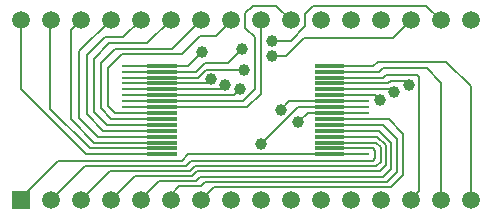
<source format=gbr>
G04 DipTrace 3.0.0.2*
G04 Top.gbr*
%MOIN*%
G04 #@! TF.FileFunction,Copper,L1,Top*
G04 #@! TF.Part,Single*
G04 #@! TA.AperFunction,Conductor*
%ADD13C,0.007874*%
%ADD14C,0.011811*%
%ADD15R,0.062992X0.007874*%
G04 #@! TA.AperFunction,ComponentPad*
%ADD16R,0.059055X0.059055*%
%ADD17C,0.059055*%
%ADD18R,0.062992X0.011811*%
G04 #@! TA.AperFunction,ViaPad*
%ADD19C,0.03937*%
%FSLAX26Y26*%
G04*
G70*
G90*
G75*
G01*
G04 Top*
%LPD*%
X863780Y915354D2*
D13*
X946453D1*
D14*
X985827D1*
D13*
X1053937D1*
X1100000Y961417D1*
X863780Y895669D2*
X946461D1*
D14*
X985827D1*
D13*
X1081496D1*
X1109449Y923622D1*
X1185827D1*
X1234646Y972441D1*
X1333071Y999213D2*
X1396063D1*
X1444094Y1047244D1*
Y1087402D1*
X1471654Y1114961D1*
X1848425D1*
X1895669Y1067717D1*
X863780Y875984D2*
X946461D1*
D14*
X985827D1*
D13*
X1088583D1*
X1114173Y901575D1*
X1241732D1*
X1333071Y948819D2*
X1381102D1*
X1440157Y1007874D1*
X1735827D1*
X1795669Y1067717D1*
X863780Y856299D2*
X946461D1*
D14*
X985827D1*
D13*
X1117717D1*
X1131496Y870079D1*
X863780Y836614D2*
X946461D1*
D14*
X985827D1*
D13*
X1162598D1*
X1178740Y852756D1*
X863780Y816929D2*
X946461D1*
D14*
X985827D1*
D13*
X1206693D1*
X1226772Y837008D1*
X863780Y797244D2*
X946461D1*
D14*
X985827D1*
D13*
X1237402D1*
X1276378Y836220D1*
Y1010236D1*
X1244882Y1041732D1*
Y1090551D1*
X1269291Y1114961D1*
X1348425D1*
X1395669Y1067717D1*
X863780Y777559D2*
X946461D1*
D14*
X985827D1*
D13*
X1250787D1*
X1295669Y822441D1*
Y1067717D1*
X863780Y757874D2*
X946461D1*
X863780D2*
X811417D1*
X787402Y781890D1*
Y908661D1*
X832283Y953543D1*
X1033858D1*
X1095276Y1014961D1*
X1147244D1*
X1195669Y1063386D1*
Y1067717D1*
X946461Y757874D2*
D14*
X985827D1*
X863780Y738189D2*
D13*
X946461D1*
X863780D2*
X798031D1*
X762992Y773228D1*
Y924409D1*
X809449Y970866D1*
X998819D1*
X1095669Y1067717D1*
X946461Y738189D2*
D14*
X985827D1*
X863780Y718504D2*
D13*
X946461D1*
X863780D2*
X782283D1*
X740945Y759843D1*
Y938583D1*
X792126Y989764D1*
X917717D1*
X995669Y1067717D1*
X946461Y718504D2*
D14*
X985827D1*
X863780Y698819D2*
D13*
X946461D1*
X863780D2*
X771260D1*
X715748Y754331D1*
Y949606D1*
X776378Y1010236D1*
X838189D1*
X895669Y1067717D1*
X946461Y698819D2*
D14*
X985827D1*
X863780Y679134D2*
D13*
X946461D1*
X863780D2*
X754724D1*
X691339Y742520D1*
Y963386D1*
X795669Y1067717D1*
X946461Y679134D2*
D14*
X985827D1*
X863780Y659449D2*
D13*
X946461D1*
X863780D2*
X741339D1*
X662992Y737795D1*
Y1035039D1*
X695669Y1067717D1*
X946461Y659449D2*
D14*
X985827D1*
X863780Y639764D2*
D13*
X946461D1*
X863780D2*
X725591D1*
X594488Y770866D1*
Y1067717D1*
X595669D1*
X946461Y639764D2*
D14*
X985827D1*
X863780Y620079D2*
D13*
X946461D1*
X863780D2*
X714567D1*
X495669Y838976D1*
Y1067717D1*
X946461Y620079D2*
D14*
X985827D1*
X1627559Y915354D2*
D13*
X1544886D1*
X1627559D2*
X1672047D1*
X1685827Y929134D1*
X1914173D1*
X1995669Y847638D1*
Y467717D1*
X1505512Y915354D2*
D14*
X1544886D1*
X1627559Y895669D2*
D13*
X1544886D1*
X1627559D2*
X1690945D1*
X1702362Y907087D1*
X1848819D1*
X1897638Y858268D1*
Y465748D1*
X1895669Y467717D1*
X1505512Y895669D2*
D14*
X1544886D1*
X1627559Y875984D2*
D13*
X1544886D1*
X1627559D2*
X1705118D1*
X1714961Y885827D1*
X1815748D1*
X1825197Y876378D1*
Y497244D1*
X1795669Y467717D1*
X1505512Y875984D2*
D14*
X1544886D1*
X1627559Y856299D2*
D13*
X1544886D1*
X1627559D2*
X1720866D1*
X1729134Y864567D1*
X1777953D1*
X1791339Y851181D1*
X1505512Y856299D2*
D14*
X1544886D1*
X1627559Y836614D2*
D13*
X1544886D1*
X1627559D2*
X1733465D1*
X1741732Y828346D1*
X1505512Y836614D2*
D14*
X1544886D1*
X1627559Y816929D2*
D13*
X1544886D1*
X1627559D2*
X1678346D1*
X1694488Y800787D1*
X1505512Y816929D2*
D14*
X1544886D1*
X1627559Y797244D2*
D13*
X1544886D1*
X1505512D2*
X1390157D1*
X1362205Y769291D1*
X1363780D1*
X1505512Y797244D2*
D14*
X1544886D1*
X1627559Y777559D2*
D13*
X1544886D1*
X1505512D2*
X1420079D1*
X1295669Y653150D1*
X1505512Y777559D2*
D14*
X1544886D1*
X1627559Y757874D2*
D13*
X1544886D1*
X1505512D2*
X1453150D1*
X1422047Y726772D1*
X1505512Y757874D2*
D14*
X1544886D1*
X1627559Y738189D2*
D13*
X1544886D1*
X1627559D2*
X1722441D1*
X1771654Y688976D1*
Y552756D1*
X1729921Y511024D1*
X1138976D1*
X1095669Y467717D1*
X1505512Y738189D2*
D14*
X1544886D1*
X1627559Y718504D2*
D13*
X1544886D1*
X995669Y467717D2*
Y484646D1*
X1025197Y514173D1*
X1098425D1*
X1111811Y527559D1*
X1716535D1*
X1751181Y562205D1*
Y670079D1*
X1702756Y718504D1*
X1627559D1*
X1505512D2*
D14*
X1544886D1*
X1627559Y698819D2*
D13*
X1544886D1*
X1627559D2*
X1690945D1*
X1730709Y659055D1*
Y572441D1*
X1703150Y544882D1*
X1095276D1*
X1081890Y531496D1*
X955906D1*
X895669Y471260D1*
Y467717D1*
X1505512Y698819D2*
D14*
X1544886D1*
X1627559Y679134D2*
D13*
X1544886D1*
X1627559D2*
X1684646D1*
X1713386Y650394D1*
Y583465D1*
X1693701Y563780D1*
X1083465D1*
X1068504Y548819D1*
X876772D1*
X795669Y467717D1*
X1505512Y679134D2*
D14*
X1544886D1*
X1627559Y659449D2*
D13*
X1544886D1*
X1627559D2*
X1679921D1*
X1696063Y643307D1*
Y596063D1*
X1681102Y581102D1*
X1075591D1*
X1060630Y566142D1*
X794094D1*
X695669Y467717D1*
X1505512Y659449D2*
D14*
X1544886D1*
X1627559Y639764D2*
D13*
X1544886D1*
X1627559D2*
X1671260D1*
X1678740Y632283D1*
Y608661D1*
X1669291Y599213D1*
X1063780D1*
X1047244Y582677D1*
X710630D1*
X595669Y467717D1*
X1505512Y639764D2*
D14*
X1544886D1*
X1627559Y620079D2*
D13*
X1544886D1*
X1505512D2*
X1054724D1*
X1033071Y598425D1*
X618898D1*
X485827Y465354D1*
X493307D1*
X495669Y467717D1*
X1505512Y620079D2*
D14*
X1544886D1*
D19*
X1100000Y961417D3*
X1234646Y972441D3*
X1333071Y999213D3*
X1241732Y901575D3*
X1333071Y948819D3*
X1131496Y870079D3*
X1178740Y852756D3*
X1226772Y837008D3*
X1791339Y851181D3*
X1741732Y828346D3*
X1694488Y800787D3*
X1363780Y769291D3*
X1295669Y653150D3*
X1422047Y726772D3*
D15*
X1627559Y620079D3*
Y639764D3*
Y659449D3*
Y679134D3*
Y698819D3*
Y718504D3*
Y738189D3*
Y757874D3*
Y777559D3*
Y797244D3*
Y816929D3*
Y836614D3*
Y856299D3*
Y875984D3*
Y895669D3*
Y915354D3*
X863780D3*
Y895669D3*
Y875984D3*
Y856299D3*
Y836614D3*
Y816929D3*
Y797244D3*
Y777559D3*
Y757874D3*
Y738189D3*
Y718504D3*
Y698819D3*
Y679134D3*
Y659449D3*
Y639764D3*
Y620079D3*
D16*
X495669Y467717D3*
D17*
X595669D3*
X695669D3*
X795669D3*
X895669D3*
X995669D3*
X1095669D3*
X1195669D3*
X1295669D3*
X1395669D3*
X1495669D3*
X1595669D3*
X1695669D3*
X1795669D3*
X1895669D3*
X1995669D3*
Y1067717D3*
X1895669D3*
X1795669D3*
X1695669D3*
X1595669D3*
X1495669D3*
X1395669D3*
X1295669D3*
X1195669D3*
X1095669D3*
X995669D3*
X895669D3*
X795669D3*
X695669D3*
X595669D3*
X495669D3*
D18*
X1544886Y620079D3*
Y639764D3*
Y659449D3*
Y679134D3*
Y698819D3*
Y718504D3*
Y738189D3*
Y757874D3*
Y777559D3*
Y797244D3*
Y816929D3*
Y836614D3*
Y856299D3*
Y875984D3*
Y895669D3*
Y915354D3*
X946453D3*
X946461Y895669D3*
Y875984D3*
Y856299D3*
Y836614D3*
Y816929D3*
Y797244D3*
Y777559D3*
Y757874D3*
Y738189D3*
Y718504D3*
Y698819D3*
Y679134D3*
Y659449D3*
Y639764D3*
Y620079D3*
X1505512D3*
Y639764D3*
Y659449D3*
Y679134D3*
Y698819D3*
Y718504D3*
Y738189D3*
Y757874D3*
Y777559D3*
Y797244D3*
Y816929D3*
Y836614D3*
Y856299D3*
Y875984D3*
Y895669D3*
Y915354D3*
X985827D3*
Y895669D3*
Y875984D3*
Y856299D3*
Y836614D3*
Y816929D3*
Y797244D3*
Y777559D3*
Y757874D3*
Y738189D3*
Y718504D3*
Y698819D3*
Y679134D3*
Y659449D3*
Y639764D3*
Y620079D3*
M02*

</source>
